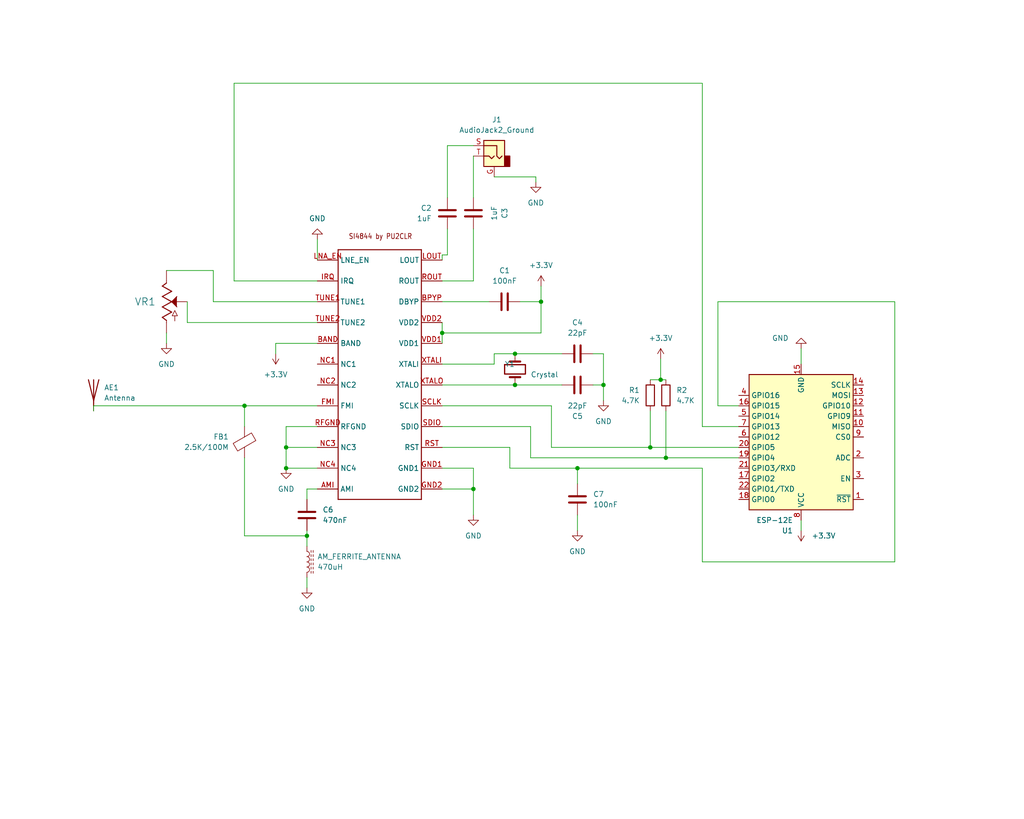
<source format=kicad_sch>
(kicad_sch (version 20230121) (generator eeschema)
  (paper "User" 250.012 200)
  (title_block (title "SI4844 and ESP8266 Setup") (company "Ricardo Lima Caratti"))
  (lib_symbols
    (symbol "Connector_Audio:AudioJack2_Ground"
      (property "Reference" "J" (at 0 8.89 0))
      (property "Value" "AudioJack2_Ground" (at 0 6.35 0))
      (symbol "AudioJack2_Ground_0_1"
        (rectangle (start -2.54 -2.54) (end -3.81 0) (stroke (width 0.254)) (fill (type outline)))
        (polyline (pts (xy 0 0) (xy 0.635 -0.635) (xy 1.27 0) (xy 2.54 0)) (stroke (width 0.254)))
        (polyline (pts (xy 2.54 2.54) (xy -0.635 2.54) (xy -0.635 0) (xy -1.27 -0.635) (xy -1.905 0)) (stroke (width 0.254)))
        (rectangle (start 2.54 3.81) (end -2.54 -2.54) (stroke (width 0.254)) (fill (type background)))
      )
      (symbol "AudioJack2_Ground_1_1"
        (pin passive line (at 0 -5.08 90) (length 2.54) (name "~") (number "G"))
        (pin passive line (at 5.08 2.54 180) (length 2.54) (name "~") (number "S"))
        (pin passive line (at 5.08 0 180) (length 2.54) (name "~") (number "T"))
      )
    )
    (symbol "Device:Antenna" (pin_numbers hide) (pin_names (offset 1.016) hide)
      (property "Reference" "AE" (at -1.905 1.905 0))
      (property "Value" "Antenna" (at -1.905 0 0))
      (symbol "Antenna_0_1"
        (polyline (pts (xy 0 2.54) (xy 0 -3.81)) (stroke (width 0.254)))
        (polyline (pts (xy 1.27 2.54) (xy 0 -2.54) (xy -1.27 2.54)) (stroke (width 0.254)))
      )
      (symbol "Antenna_1_1"
        (pin input line (at 0 -5.08 90) (length 2.54) (name "A") (number "1"))
      )
    )
    (symbol "Device:C" (pin_numbers hide) (pin_names (offset 0.254))
      (property "Reference" "C" (at 0.635 2.54 0))
      (property "Value" "C" (at 0.635 -2.54 0))
      (symbol "C_0_1"
        (polyline (pts (xy -2.032 -0.762) (xy 2.032 -0.762)) (stroke (width 0.508)))
        (polyline (pts (xy -2.032 0.762) (xy 2.032 0.762)) (stroke (width 0.508)))
      )
      (symbol "C_1_1"
        (pin passive line (at 0 3.81 270) (length 2.794) (name "~") (number "1"))
        (pin passive line (at 0 -3.81 90) (length 2.794) (name "~") (number "2"))
      )
    )
    (symbol "Device:Crystal" (pin_numbers hide) (pin_names (offset 1.016) hide)
      (property "Reference" "Y" (at 0 3.81 0))
      (property "Value" "Crystal" (at 0 -3.81 0))
      (symbol "Crystal_0_1"
        (rectangle (start -1.143 2.54) (end 1.143 -2.54) (stroke (width 0.3048)))
        (polyline (pts (xy -2.54 0) (xy -1.905 0)))
        (polyline (pts (xy -1.905 -1.27) (xy -1.905 1.27)) (stroke (width 0.508)))
        (polyline (pts (xy 1.905 -1.27) (xy 1.905 1.27)) (stroke (width 0.508)))
        (polyline (pts (xy 2.54 0) (xy 1.905 0)))
      )
      (symbol "Crystal_1_1"
        (pin passive line (at -3.81 0 0) (length 1.27) (name "1") (number "1"))
        (pin passive line (at 3.81 0 180) (length 1.27) (name "2") (number "2"))
      )
    )
    (symbol "Device:FerriteBead" (pin_numbers hide) (pin_names (offset 0))
      (property "Reference" "FB" (at -3.81 0.635 90))
      (property "Value" "FerriteBead" (at 3.81 0 90))
      (symbol "FerriteBead_0_1"
        (polyline (pts (xy 0 -1.27) (xy 0 -1.2192)))
        (polyline (pts (xy 0 1.27) (xy 0 1.2954)))
        (polyline (pts (xy -2.7686 0.4064) (xy -1.7018 2.2606) (xy 2.7686 -0.3048) (xy 1.6764 -2.159) (xy -2.7686 0.4064)))
      )
      (symbol "FerriteBead_1_1"
        (pin passive line (at 0 3.81 270) (length 2.54) (name "~") (number "1"))
        (pin passive line (at 0 -3.81 90) (length 2.54) (name "~") (number "2"))
      )
    )
    (symbol "Device:L_Ferrite" (pin_numbers hide) (pin_names (offset 1.016) hide)
      (property "Reference" "L" (at -1.27 0 90))
      (property "Value" "L_Ferrite" (at 2.794 0 90))
      (symbol "L_Ferrite_0_1"
        (arc (start 0 -2.54) (mid 0.6323 -1.905) (end 0 -1.27))
        (arc (start 0 -1.27) (mid 0.6323 -0.635) (end 0 0))
        (polyline (pts (xy 1.016 -2.794) (xy 1.016 -2.286)))
        (polyline (pts (xy 1.016 -1.778) (xy 1.016 -1.27)))
        (polyline (pts (xy 1.016 -0.762) (xy 1.016 -0.254)))
        (polyline (pts (xy 1.016 0.254) (xy 1.016 0.762)))
        (polyline (pts (xy 1.016 1.27) (xy 1.016 1.778)))
        (polyline (pts (xy 1.016 2.286) (xy 1.016 2.794)))
        (polyline (pts (xy 1.524 -2.286) (xy 1.524 -2.794)))
        (polyline (pts (xy 1.524 -1.27) (xy 1.524 -1.778)))
        (polyline (pts (xy 1.524 -0.254) (xy 1.524 -0.762)))
        (polyline (pts (xy 1.524 0.762) (xy 1.524 0.254)))
        (polyline (pts (xy 1.524 1.778) (xy 1.524 1.27)))
        (polyline (pts (xy 1.524 2.794) (xy 1.524 2.286)))
        (arc (start 0 0) (mid 0.6323 0.635) (end 0 1.27))
        (arc (start 0 1.27) (mid 0.6323 1.905) (end 0 2.54))
      )
      (symbol "L_Ferrite_1_1"
        (pin passive line (at 0 3.81 270) (length 1.27) (name "1") (number "1"))
        (pin passive line (at 0 -3.81 90) (length 1.27) (name "2") (number "2"))
      )
    )
    (symbol "Device:R" (pin_numbers hide) (pin_names (offset 0))
      (property "Reference" "R" (at 2.032 0 90))
      (property "Value" "R" (at 0 0 90))
      (symbol "R_0_1"
        (rectangle (start -1.016 -2.54) (end 1.016 2.54) (stroke (width 0.254)))
      )
      (symbol "R_1_1"
        (pin passive line (at 0 3.81 270) (length 1.27) (name "~") (number "1"))
        (pin passive line (at 0 -3.81 90) (length 1.27) (name "~") (number "2"))
      )
    )
    (symbol "RF_Module:ESP-12E"
      (property "Reference" "U" (at -12.7 19.05 0))
      (property "Value" "ESP-12E" (at 12.7 19.05 0))
      (symbol "ESP-12E_0_1"
        (rectangle (start -12.7 17.78) (end 12.7 -15.24) (stroke (width 0.254)) (fill (type background)))
      )
      (symbol "ESP-12E_1_1"
        (pin input line (at -15.24 15.24 0) (length 2.54) (name "~{RST}") (number "1"))
        (pin bidirectional line (at -15.24 -2.54 0) (length 2.54) (name "MISO") (number "10"))
        (pin bidirectional line (at -15.24 -5.08 0) (length 2.54) (name "GPIO9") (number "11"))
        (pin bidirectional line (at -15.24 -7.62 0) (length 2.54) (name "GPIO10") (number "12"))
        (pin bidirectional line (at -15.24 -10.16 0) (length 2.54) (name "MOSI") (number "13"))
        (pin bidirectional line (at -15.24 -12.7 0) (length 2.54) (name "SCLK") (number "14"))
        (pin power_in line (at 0 -17.78 90) (length 2.54) (name "GND") (number "15"))
        (pin bidirectional line (at 15.24 -7.62 180) (length 2.54) (name "GPIO15") (number "16"))
        (pin bidirectional line (at 15.24 10.16 180) (length 2.54) (name "GPIO2") (number "17"))
        (pin bidirectional line (at 15.24 15.24 180) (length 2.54) (name "GPIO0") (number "18"))
        (pin bidirectional line (at 15.24 5.08 180) (length 2.54) (name "GPIO4") (number "19"))
        (pin input line (at -15.24 5.08 0) (length 2.54) (name "ADC") (number "2"))
        (pin bidirectional line (at 15.24 2.54 180) (length 2.54) (name "GPIO5") (number "20"))
        (pin bidirectional line (at 15.24 7.62 180) (length 2.54) (name "GPIO3/RXD") (number "21"))
        (pin bidirectional line (at 15.24 12.7 180) (length 2.54) (name "GPIO1/TXD") (number "22"))
        (pin input line (at -15.24 10.16 0) (length 2.54) (name "EN") (number "3"))
        (pin bidirectional line (at 15.24 -10.16 180) (length 2.54) (name "GPIO16") (number "4"))
        (pin bidirectional line (at 15.24 -5.08 180) (length 2.54) (name "GPIO14") (number "5"))
        (pin bidirectional line (at 15.24 0 180) (length 2.54) (name "GPIO12") (number "6"))
        (pin bidirectional line (at 15.24 -2.54 180) (length 2.54) (name "GPIO13") (number "7"))
        (pin power_in line (at 0 20.32 270) (length 2.54) (name "VCC") (number "8"))
        (pin input line (at -15.24 0 0) (length 2.54) (name "CS0") (number "9"))
      )
    )
    (symbol "SI4844:POTENTIOMETER-PTH-9MM-1/20W-20%"
      (property "Reference" "VR" (at 3.048 -0.254 90))
      (symbol "POTENTIOMETER-PTH-9MM-1/20W-20%_1_0"
        (polyline (pts (xy -1.016 -3.81) (xy 1.27 -2.54)) (stroke (width 0.254)))
        (polyline (pts (xy -1.016 -1.27) (xy 1.27 0)) (stroke (width 0.254)))
        (polyline (pts (xy -1.016 1.27) (xy 1.27 2.54)) (stroke (width 0.254)))
        (polyline (pts (xy -1.016 3.81) (xy 0 4.572)) (stroke (width 0.254)))
        (polyline (pts (xy 0 -5.08) (xy 0 -4.572)) (stroke (width 0.1524)))
        (polyline (pts (xy 0 -4.572) (xy -1.016 -3.81)) (stroke (width 0.254)))
        (polyline (pts (xy 0 4.572) (xy 0 5.08)) (stroke (width 0.1524)))
        (polyline (pts (xy 1.27 -2.54) (xy -1.016 -1.27)) (stroke (width 0.254)))
        (polyline (pts (xy 1.27 0) (xy -1.016 1.27)) (stroke (width 0.254)))
        (polyline (pts (xy 1.27 2.54) (xy -1.016 3.81)) (stroke (width 0.254)))
        (polyline (pts (xy 1.397 -3.429) (xy 2.032 -2.159)) (stroke (width 0.1524)))
        (polyline (pts (xy 2.032 -4.699) (xy 2.032 -3.429)) (stroke (width 0.1524)))
        (polyline (pts (xy 2.032 -3.429) (xy 1.397 -3.429)) (stroke (width 0.1524)))
        (polyline (pts (xy 2.032 -2.159) (xy 2.667 -3.429)) (stroke (width 0.1524)))
        (polyline (pts (xy 2.667 -3.429) (xy 2.032 -3.429)) (stroke (width 0.1524)))
        (polyline (pts (xy 2.54 -1.27) (xy 1.27 0) (xy 2.54 1.27)) (stroke (width 0.2032)) (fill (type outline)))
        (pin passive line (at 0 7.62 270) (length 2.54) (name "E") (number "P$1"))
        (pin passive line (at 5.08 0 180) (length 2.54) (name "S") (number "P$2"))
        (pin passive line (at 0 -7.62 90) (length 2.54) (name "A") (number "P$3"))
      )
    )
    (symbol "SI4844:SI4844"
      (symbol "SI4844_1_0"
        (polyline (pts (xy -17.78 -30.48) (xy 2.54 -30.48)) (stroke (width 0.254)))
        (polyline (pts (xy -17.78 30.48) (xy -17.78 -30.48)) (stroke (width 0.254)))
        (polyline (pts (xy 2.54 -30.48) (xy 2.54 30.48)) (stroke (width 0.254)))
        (polyline (pts (xy 2.54 30.48) (xy -17.78 30.48)) (stroke (width 0.254)))
        (text "SI4844 by PU2CLR" (at -15.24 33.02 0) (effects (font (size 1.27 1.0795)) (justify left bottom)))
        (pin bidirectional line (at -22.86 -27.94 0) (length 5.08) (name "AMI") (number "AMI"))
        (pin bidirectional line (at -22.86 7.62 0) (length 5.08) (name "BAND") (number "BAND"))
        (pin bidirectional line (at 7.62 17.78 180) (length 5.08) (name "DBYP") (number "BPYP"))
        (pin bidirectional line (at -22.86 -7.62 0) (length 5.08) (name "FMI") (number "FMI"))
        (pin bidirectional line (at 7.62 -22.86 180) (length 5.08) (name "GND1") (number "GND1"))
        (pin bidirectional line (at 7.62 -27.94 180) (length 5.08) (name "GND2") (number "GND2"))
        (pin bidirectional line (at -22.86 22.86 0) (length 5.08) (name "IRQ") (number "IRQ"))
        (pin bidirectional line (at -22.86 27.94 0) (length 5.08) (name "LNE_EN") (number "LNA_EN"))
        (pin bidirectional line (at 7.62 27.94 180) (length 5.08) (name "LOUT") (number "LOUT"))
        (pin bidirectional line (at -22.86 2.54 0) (length 5.08) (name "NC1") (number "NC1"))
        (pin bidirectional line (at -22.86 -2.54 0) (length 5.08) (name "NC2") (number "NC2"))
        (pin bidirectional line (at -22.86 -17.78 0) (length 5.08) (name "NC3") (number "NC3"))
        (pin bidirectional line (at -22.86 -22.86 0) (length 5.08) (name "NC4") (number "NC4"))
        (pin bidirectional line (at -22.86 -12.7 0) (length 5.08) (name "RFGND") (number "RFGND"))
        (pin bidirectional line (at 7.62 22.86 180) (length 5.08) (name "ROUT") (number "ROUT"))
        (pin bidirectional line (at 7.62 -17.78 180) (length 5.08) (name "RST") (number "RST"))
        (pin bidirectional line (at 7.62 -7.62 180) (length 5.08) (name "SCLK") (number "SCLK"))
        (pin bidirectional line (at 7.62 -12.7 180) (length 5.08) (name "SDIO") (number "SDIO"))
        (pin bidirectional line (at -22.86 17.78 0) (length 5.08) (name "TUNE1") (number "TUNE1"))
        (pin bidirectional line (at -22.86 12.7 0) (length 5.08) (name "TUNE2") (number "TUNE2"))
        (pin bidirectional line (at 7.62 7.62 180) (length 5.08) (name "VDD1") (number "VDD1"))
        (pin bidirectional line (at 7.62 12.7 180) (length 5.08) (name "VDD2") (number "VDD2"))
        (pin bidirectional line (at 7.62 2.54 180) (length 5.08) (name "XTALI") (number "XTALI"))
        (pin bidirectional line (at 7.62 -2.54 180) (length 5.08) (name "XTALO") (number "XTALO"))
      )
    )
    (symbol "power:+3.3V" (power) (pin_names (offset 0))
      (property "Value" "+3.3V" (at 0 3.556 0))
      (symbol "+3.3V_0_1"
        (polyline (pts (xy -0.762 1.27) (xy 0 2.54)))
        (polyline (pts (xy 0 0) (xy 0 2.54)))
        (polyline (pts (xy 0 2.54) (xy 0.762 1.27)))
      )
      (symbol "+3.3V_1_1"
        (pin power_in line (at 0 0 90) (length 0) hide (name "+3.3V") (number "1"))
      )
    )
    (symbol "power:GND" (power) (pin_names (offset 0))
      (property "Value" "GND" (at 0 -3.81 0))
      (symbol "GND_0_1"
        (polyline (pts (xy 0 0) (xy 0 -1.27) (xy 1.27 -1.27) (xy 0 -2.54) (xy -1.27 -1.27) (xy 0 -1.27)))
      )
      (symbol "GND_1_1"
        (pin power_in line (at 0 0 270) (length 0) hide (name "GND") (number "1"))
      )
    )
  )
  (junction (at 147.32 93.98))
  (junction (at 59.69 99.06))
  (junction (at 115.57 119.38))
  (junction (at 69.85 109.22))
  (junction (at 107.95 81.28))
  (junction (at 125.73 93.98))
  (junction (at 158.75 109.22))
  (junction (at 74.93 130.81))
  (junction (at 69.85 114.3))
  (junction (at 125.73 86.36))
  (junction (at 162.56 111.76))
  (junction (at 161.29 92.71))
  (junction (at 132.08 73.66))
  (junction (at 140.97 114.3))
  (wire (pts (xy 140.97 125.73) (xy 140.97 129.54)))
  (wire (pts (xy 107.95 81.28) (xy 132.08 81.28)))
  (wire (pts (xy 107.95 114.3) (xy 115.57 114.3)))
  (wire (pts (xy 134.62 109.22) (xy 158.75 109.22)))
  (wire (pts (xy 175.26 73.66) (xy 218.44 73.66)))
  (wire (pts (xy 107.95 68.58) (xy 115.57 68.58)))
  (wire (pts (xy 129.54 104.14) (xy 129.54 111.76)))
  (wire (pts (xy 147.32 86.36) (xy 147.32 93.98)))
  (wire (pts (xy 69.85 114.3) (xy 77.47 114.3)))
  (wire (pts (xy 195.58 127) (xy 195.58 129.54)))
  (wire (pts (xy 107.95 73.66) (xy 119.38 73.66)))
  (wire (pts (xy 107.95 93.98) (xy 125.73 93.98)))
  (wire (pts (xy 120.65 43.18) (xy 130.81 43.18)))
  (wire (pts (xy 52.07 73.66) (xy 77.47 73.66)))
  (wire (pts (xy 77.47 58.42) (xy 77.47 63.5)))
  (wire (pts (xy 195.58 85.09) (xy 195.58 88.9)))
  (wire (pts (xy 144.78 93.98) (xy 147.32 93.98)))
  (wire (pts (xy 107.95 78.74) (xy 107.95 81.28)))
  (wire (pts (xy 132.08 69.85) (xy 132.08 73.66)))
  (wire (pts (xy 40.64 66.04) (xy 52.07 66.04)))
  (wire (pts (xy 77.47 83.82) (xy 67.31 83.82)))
  (wire (pts (xy 69.85 109.22) (xy 69.85 114.3)))
  (wire (pts (xy 162.56 100.33) (xy 162.56 111.76)))
  (wire (pts (xy 67.31 83.82) (xy 67.31 86.36)))
  (wire (pts (xy 115.57 119.38) (xy 115.57 125.73)))
  (wire (pts (xy 120.65 86.36) (xy 125.73 86.36)))
  (wire (pts (xy 129.54 111.76) (xy 162.56 111.76)))
  (wire (pts (xy 218.44 137.16) (xy 171.45 137.16)))
  (wire (pts (xy 109.22 35.56) (xy 115.57 35.56)))
  (wire (pts (xy 107.95 109.22) (xy 124.46 109.22)))
  (wire (pts (xy 115.57 38.1) (xy 115.57 48.26)))
  (wire (pts (xy 218.44 73.66) (xy 218.44 137.16)))
  (wire (pts (xy 107.95 119.38) (xy 115.57 119.38)))
  (wire (pts (xy 77.47 68.58) (xy 57.15 68.58)))
  (wire (pts (xy 171.45 104.14) (xy 171.45 20.32)))
  (wire (pts (xy 162.56 111.76) (xy 180.34 111.76)))
  (wire (pts (xy 158.75 109.22) (xy 180.34 109.22)))
  (wire (pts (xy 59.69 99.06) (xy 77.47 99.06)))
  (wire (pts (xy 45.72 73.66) (xy 45.72 78.74)))
  (wire (pts (xy 161.29 87.63) (xy 161.29 92.71)))
  (wire (pts (xy 175.26 99.06) (xy 175.26 73.66)))
  (wire (pts (xy 171.45 20.32) (xy 57.15 20.32)))
  (wire (pts (xy 115.57 55.88) (xy 115.57 68.58)))
  (wire (pts (xy 107.95 63.5) (xy 107.95 62.23)))
  (wire (pts (xy 59.69 111.76) (xy 59.69 130.81)))
  (wire (pts (xy 130.81 43.18) (xy 130.81 44.45)))
  (wire (pts (xy 132.08 73.66) (xy 132.08 81.28)))
  (wire (pts (xy 144.78 86.36) (xy 147.32 86.36)))
  (wire (pts (xy 69.85 104.14) (xy 69.85 109.22)))
  (wire (pts (xy 107.95 81.28) (xy 107.95 83.82)))
  (wire (pts (xy 171.45 137.16) (xy 171.45 114.3)))
  (wire (pts (xy 180.34 104.14) (xy 171.45 104.14)))
  (wire (pts (xy 120.65 88.9) (xy 120.65 86.36)))
  (wire (pts (xy 59.69 130.81) (xy 74.93 130.81)))
  (wire (pts (xy 124.46 114.3) (xy 140.97 114.3)))
  (wire (pts (xy 109.22 62.23) (xy 109.22 55.88)))
  (wire (pts (xy 22.86 99.06) (xy 59.69 99.06)))
  (wire (pts (xy 107.95 88.9) (xy 120.65 88.9)))
  (wire (pts (xy 180.34 99.06) (xy 175.26 99.06)))
  (wire (pts (xy 107.95 62.23) (xy 109.22 62.23)))
  (wire (pts (xy 45.72 78.74) (xy 77.47 78.74)))
  (wire (pts (xy 147.32 93.98) (xy 147.32 97.79)))
  (wire (pts (xy 74.93 129.54) (xy 74.93 130.81)))
  (wire (pts (xy 107.95 99.06) (xy 134.62 99.06)))
  (wire (pts (xy 140.97 114.3) (xy 140.97 118.11)))
  (wire (pts (xy 52.07 66.04) (xy 52.07 73.66)))
  (wire (pts (xy 22.86 100.33) (xy 22.86 99.06)))
  (wire (pts (xy 74.93 119.38) (xy 74.93 121.92)))
  (wire (pts (xy 107.95 104.14) (xy 129.54 104.14)))
  (wire (pts (xy 161.29 92.71) (xy 162.56 92.71)))
  (wire (pts (xy 158.75 100.33) (xy 158.75 109.22)))
  (wire (pts (xy 77.47 119.38) (xy 74.93 119.38)))
  (wire (pts (xy 57.15 68.58) (xy 57.15 20.32)))
  (wire (pts (xy 40.64 81.28) (xy 40.64 83.82)))
  (wire (pts (xy 171.45 114.3) (xy 140.97 114.3)))
  (wire (pts (xy 134.62 99.06) (xy 134.62 109.22)))
  (wire (pts (xy 125.73 93.98) (xy 137.16 93.98)))
  (wire (pts (xy 59.69 104.14) (xy 59.69 99.06)))
  (wire (pts (xy 109.22 48.26) (xy 109.22 35.56)))
  (wire (pts (xy 74.93 140.97) (xy 74.93 143.51)))
  (wire (pts (xy 125.73 86.36) (xy 137.16 86.36)))
  (wire (pts (xy 127 73.66) (xy 132.08 73.66)))
  (wire (pts (xy 158.75 92.71) (xy 161.29 92.71)))
  (wire (pts (xy 74.93 130.81) (xy 74.93 133.35)))
  (wire (pts (xy 124.46 109.22) (xy 124.46 114.3)))
  (wire (pts (xy 115.57 114.3) (xy 115.57 119.38)))
  (wire (pts (xy 77.47 104.14) (xy 69.85 104.14)))
  (wire (pts (xy 77.47 109.22) (xy 69.85 109.22)))
  (symbol (lib_id "power:+3.3V") (at 195.58 129.54 180) (unit 1)
    (property "Reference" "#PWR013" (effects hide))
    (property "Value" "+3.3V" (at 198.12 130.81 0) (effects (justify right)))
  )
  (symbol (lib_id "Device:C") (at 115.57 52.07 0) (mirror y) (unit 1)
    (property "Reference" "C3" (at 123.19 52.07 90))
    (property "Value" "1uF" (at 120.65 52.07 90))
  )
  (symbol (lib_id "SI4844:POTENTIOMETER-PTH-9MM-1/20W-20%") (at 40.64 73.66 0) (unit 1)
    (property "Reference" "VR1" (at 38.1 73.66 0) (effects (font (size 1.778 1.778)) (justify right)))
    (property "Footprint" "SI4844_01:POT-PTH-ALPS" (effects hide))
  )
  (symbol (lib_id "power:GND") (at 140.97 129.54 0) (unit 1)
    (property "Reference" "#PWR011" (effects hide))
    (property "Value" "GND" (at 140.97 134.62 0))
  )
  (symbol (lib_id "power:GND") (at 130.81 44.45 0) (unit 1)
    (property "Reference" "#PWR05" (effects hide))
    (property "Value" "GND" (at 130.81 49.53 0))
  )
  (symbol (lib_id "Connector_Audio:AudioJack2_Ground") (at 120.65 38.1 0) (mirror y) (unit 1)
    (property "Reference" "J1" (at 121.285 29.21 0))
    (property "Value" "AudioJack2_Ground" (at 121.285 31.75 0))
  )
  (symbol (lib_id "Device:C") (at 140.97 86.36 270) (unit 1)
    (property "Reference" "C4" (at 140.97 78.74 90))
    (property "Value" "22pF" (at 140.97 81.28 90))
  )
  (symbol (lib_id "Device:FerriteBead") (at 59.69 107.95 0) (mirror y) (unit 1)
    (property "Reference" "FB1" (at 55.88 106.6292 0) (effects (justify left)))
    (property "Value" "2.5K/100M" (at 55.88 109.1692 0) (effects (justify left)))
  )
  (symbol (lib_id "power:GND") (at 195.58 85.09 180) (unit 1)
    (property "Reference" "#PWR012" (effects hide))
    (property "Value" "GND" (at 190.5 82.55 0))
  )
  (symbol (lib_id "power:GND") (at 40.64 83.82 0) (unit 1)
    (property "Reference" "#PWR010" (effects hide))
    (property "Value" "GND" (at 40.64 88.9 0))
  )
  (symbol (lib_id "Device:L_Ferrite") (at 74.93 137.16 0) (unit 1)
    (property "Reference" "AM_FERRITE_ANTENNA" (at 77.47 135.89 0) (effects (justify left)))
    (property "Value" "470uH" (at 77.47 138.43 0) (effects (justify left)))
  )
  (symbol (lib_id "Device:C") (at 109.22 52.07 0) (mirror y) (unit 1)
    (property "Reference" "C2" (at 105.41 50.8 0) (effects (justify left)))
    (property "Value" "1uF" (at 105.41 53.34 0) (effects (justify left)))
  )
  (symbol (lib_id "SI4844:SI4844") (at 100.33 91.44 0) (unit 1)
    (property "Reference" "SI1" (effects hide))
    (property "Footprint" "SI4844_01:SSOP24" (effects hide))
  )
  (symbol (lib_id "Device:R") (at 162.56 96.52 0) (unit 1)
    (property "Reference" "R2" (at 165.1 95.25 0) (effects (justify left)))
    (property "Value" "4.7K" (at 165.1 97.79 0) (effects (justify left)))
  )
  (symbol (lib_id "power:GND") (at 77.47 58.42 180) (unit 1)
    (property "Reference" "#PWR08" (effects hide))
    (property "Value" "GND" (at 77.47 53.34 0))
  )
  (symbol (lib_id "power:+3.3V") (at 132.08 69.85 0) (unit 1)
    (property "Reference" "#PWR01" (effects hide))
    (property "Value" "+3.3V" (at 132.08 64.77 0))
  )
  (symbol (lib_id "power:GND") (at 147.32 97.79 0) (unit 1)
    (property "Reference" "#PWR02" (effects hide))
    (property "Value" "GND" (at 147.32 102.87 0))
  )
  (symbol (lib_id "power:+3.3V") (at 161.29 87.63 0) (unit 1)
    (property "Reference" "#PWR04" (effects hide))
    (property "Value" "+3.3V" (at 161.29 82.55 0))
  )
  (symbol (lib_id "Device:R") (at 158.75 96.52 0) (mirror y) (unit 1)
    (property "Reference" "R1" (at 156.21 95.25 0) (effects (justify left)))
    (property "Value" "4.7K" (at 156.21 97.79 0) (effects (justify left)))
  )
  (symbol (lib_id "power:GND") (at 115.57 125.73 0) (unit 1)
    (property "Reference" "#PWR03" (effects hide))
    (property "Value" "GND" (at 115.57 130.81 0))
  )
  (symbol (lib_id "Device:C") (at 123.19 73.66 270) (unit 1)
    (property "Reference" "C1" (at 123.19 66.04 90))
    (property "Value" "100nF" (at 123.19 68.58 90))
  )
  (symbol (lib_id "power:GND") (at 69.85 114.3 0) (unit 1)
    (property "Reference" "#PWR07" (effects hide))
    (property "Value" "GND" (at 69.85 119.38 0))
  )
  (symbol (lib_id "Device:C") (at 140.97 121.92 0) (unit 1)
    (property "Reference" "C7" (at 144.78 120.65 0) (effects (justify left)))
    (property "Value" "100nF" (at 144.78 123.19 0) (effects (justify left)))
  )
  (symbol (lib_id "Device:Antenna") (at 22.86 95.25 0) (unit 1)
    (property "Reference" "AE1" (at 25.4 94.615 0) (effects (justify left)))
    (property "Value" "Antenna" (at 25.4 97.155 0) (effects (justify left)))
  )
  (symbol (lib_id "power:GND") (at 74.93 143.51 0) (unit 1)
    (property "Reference" "#PWR06" (effects hide))
    (property "Value" "GND" (at 74.93 148.59 0))
  )
  (symbol (lib_id "Device:C") (at 74.93 125.73 0) (unit 1)
    (property "Reference" "C6" (at 78.74 124.46 0) (effects (justify left)))
    (property "Value" "470nF" (at 78.74 127 0) (effects (justify left)))
  )
  (symbol (lib_id "power:+3.3V") (at 67.31 86.36 180) (unit 1)
    (property "Reference" "#PWR09" (effects hide))
    (property "Value" "+3.3V" (at 67.31 91.44 0))
  )
  (symbol (lib_id "Device:Crystal") (at 125.73 90.17 270) (unit 1)
    (property "Reference" "Y1" (at 123.19 88.9 90) (effects (justify left)))
    (property "Value" "Crystal" (at 129.54 91.44 90) (effects (justify left)))
  )
  (symbol (lib_id "RF_Module:ESP-12E") (at 195.58 106.68 180) (unit 1)
    (property "Reference" "U1" (at 193.6241 129.54 0) (effects (justify left)))
    (property "Value" "ESP-12E" (at 193.6241 127 0) (effects (justify left)))
    (property "Footprint" "RF_Module:ESP-12E" (effects hide))
    (property "Datasheet" "http://wiki.ai-thinker.com/_media/esp8266/esp8266_series_modules_user_manual_v1.1.pdf" (effects hide))
  )
  (symbol (lib_id "Device:C") (at 140.97 93.98 270) (mirror x) (unit 1)
    (property "Reference" "C5" (at 140.97 101.6 90))
    (property "Value" "22pF" (at 140.97 99.06 90))
  )
)
</source>
